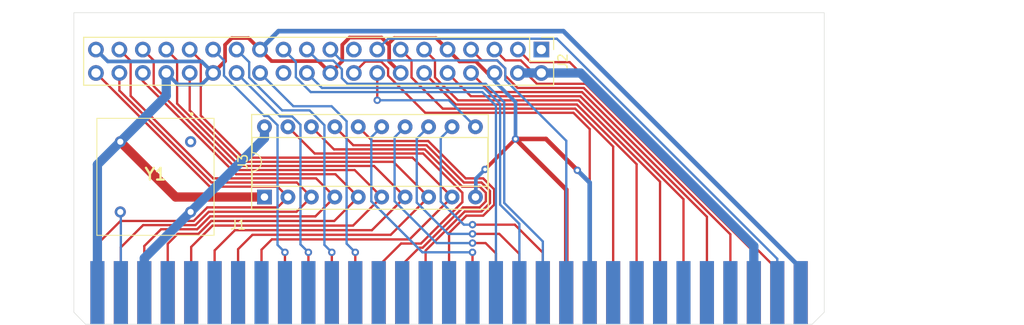
<source format=kicad_pcb>
(kicad_pcb (version 20211014) (generator pcbnew)
  (layers (0 "F.Cu" signal) (31 "B.Cu" signal) (34 "B.Paste" user) (35 "F.Paste" user) (36 "B.SilkS" user "B.Silkscreen") (37 "F.SilkS" user "F.Silkscreen") (38 "B.Mask" user) (39 "F.Mask" user) (44 "Edge.Cuts" user))
  (net 0 "")
  (net 1 "A0")
  (net 2 "A1")
  (net 3 "A2")
  (net 4 "A3")
  (net 5 "A4")
  (net 6 "A5")
  (net 7 "A6")
  (net 8 "A7")
  (net 9 "A8")
  (net 10 "A9")
  (net 11 "D0")
  (net 12 "D1")
  (net 13 "D2")
  (net 14 "D3")
  (net 15 "D4")
  (net 16 "D5")
  (net 17 "D6")
  (net 18 "D7")
  (net 19 "GND")
  (net 20 "VCC")
  (net 21 "RESET")
  (net 22 "OSC")
  (net 23 "A10")
  (net 24 "A11")
  (net 25 "A12")
  (net 26 "A13")
  (net 27 "A14")
  (net 28 "A15")
  (net 29 "A16")
  (net 30 "A17")
  (net 31 "A18")
  (net 32 "A19")
  (net 33 "IOR")
  (net 34 "IOW")
  (net 35 "MEMR")
  (net 36 "MEMW")
  (net 37 "LA")
  (net 38 "READY")
  (footprint "Connector_PinHeader_2.54mm:PinHeader_2x20_P2.54mm_Vertical" (layer "F.Cu") (at 140 64 -90)
    (fp_text reference "J2" (at 1.27 -2.33 90) (layer "F.SilkS"))
    (fp_text value "Raspberry_Pi_2_3")
    (fp_line (start -1.33 49.59) (end 3.87 49.59) (layer "F.SilkS") (width 0.12))
    (fp_line (start 1.27 1.27) (end 1.27 -1.33) (layer "F.SilkS") (width 0.12))
    (fp_line (start -1.33 1.27) (end -1.33 49.59) (layer "F.SilkS") (width 0.12))
    (fp_line (start -1.33 0) (end -1.33 -1.33) (layer "F.SilkS") (width 0.12))
    (fp_line (start 1.27 -1.33) (end 3.87 -1.33) (layer "F.SilkS") (width 0.12))
    (fp_line (start 3.87 -1.33) (end 3.87 49.59) (layer "F.SilkS") (width 0.12))
    (fp_line (start -1.33 1.27) (end 1.27 1.27) (layer "F.SilkS") (width 0.12))
    (fp_line (start -1.33 -1.33) (end 0 -1.33) (layer "F.SilkS") (width 0.12))
    (pad "1" thru_hole rect locked (at 0 0 270) (size 1.7 1.7) (drill 1) (layers *.Cu *.Mask))
    (pad "2" thru_hole oval locked (at 2.54 0 270) (size 1.7 1.7) (drill 1) (layers *.Cu *.Mask) (net 20 "VCC"))
    (pad "3" thru_hole oval locked (at 0 2.54 270) (size 1.7 1.7) (drill 1) (layers *.Cu *.Mask) (net 18 "D7"))
    (pad "4" thru_hole oval locked (at 2.54 2.54 270) (size 1.7 1.7) (drill 1) (layers *.Cu *.Mask) (net 20 "VCC"))
    (pad "5" thru_hole oval locked (at 0 5.08 270) (size 1.7 1.7) (drill 1) (layers *.Cu *.Mask) (net 17 "D6"))
    (pad "6" thru_hole oval locked (at 2.54 5.08 270) (size 1.7 1.7) (drill 1) (layers *.Cu *.Mask) (net 19 "GND"))
    (pad "7" thru_hole oval locked (at 0 7.62 270) (size 1.7 1.7) (drill 1) (layers *.Cu *.Mask) (net 16 "D5"))
    (pad "8" thru_hole oval locked (at 2.54 7.62 270) (size 1.7 1.7) (drill 1) (layers *.Cu *.Mask) (net 15 "D4"))
    (pad "9" thru_hole oval locked (at 0 10.16 270) (size 1.7 1.7) (drill 1) (layers *.Cu *.Mask) (net 19 "GND"))
    (pad "10" thru_hole oval locked (at 2.54 10.16 270) (size 1.7 1.7) (drill 1) (layers *.Cu *.Mask) (net 14 "D3"))
    (pad "11" thru_hole oval locked (at 0 12.7 270) (size 1.7 1.7) (drill 1) (layers *.Cu *.Mask) (net 13 "D2"))
    (pad "12" thru_hole oval locked (at 2.54 12.7 270) (size 1.7 1.7) (drill 1) (layers *.Cu *.Mask) (net 12 "D1"))
    (pad "13" thru_hole oval locked (at 0 15.24 270) (size 1.7 1.7) (drill 1) (layers *.Cu *.Mask) (net 11 "D0"))
    (pad "14" thru_hole oval locked (at 2.54 15.24 270) (size 1.7 1.7) (drill 1) (layers *.Cu *.Mask) (net 19 "GND"))
    (pad "15" thru_hole oval locked (at 0 17.78 270) (size 1.7 1.7) (drill 1) (layers *.Cu *.Mask) (net 21 "RESET"))
    (pad "16" thru_hole oval locked (at 2.54 17.78 270) (size 1.7 1.7) (drill 1) (layers *.Cu *.Mask) (net 37 "LA"))
    (pad "17" thru_hole oval locked (at 0 20.32 270) (size 1.7 1.7) (drill 1) (layers *.Cu *.Mask))
    (pad "18" thru_hole oval locked (at 2.54 20.32 270) (size 1.7 1.7) (drill 1) (layers *.Cu *.Mask) (net 38 "READY"))
    (pad "19" thru_hole oval locked (at 0 22.86 270) (size 1.7 1.7) (drill 1) (layers *.Cu *.Mask) (net 36 "MEMW"))
    (pad "20" thru_hole oval locked (at 2.54 22.86 270) (size 1.7 1.7) (drill 1) (layers *.Cu *.Mask) (net 19 "GND"))
    (pad "21" thru_hole oval locked (at 0 25.4 270) (size 1.7 1.7) (drill 1) (layers *.Cu *.Mask) (net 35 "MEMR"))
    (pad "22" thru_hole oval locked (at 2.54 25.4 270) (size 1.7 1.7) (drill 1) (layers *.Cu *.Mask) (net 34 "IOW"))
    (pad "23" thru_hole oval locked (at 0 27.94 270) (size 1.7 1.7) (drill 1) (layers *.Cu *.Mask) (net 33 "IOR"))
    (pad "24" thru_hole oval locked (at 2.54 27.94 270) (size 1.7 1.7) (drill 1) (layers *.Cu *.Mask))
    (pad "25" thru_hole oval locked (at 0 30.48 270) (size 1.7 1.7) (drill 1) (layers *.Cu *.Mask) (net 19 "GND"))
    (pad "26" thru_hole oval locked (at 2.54 30.48 270) (size 1.7 1.7) (drill 1) (layers *.Cu *.Mask) (net 24 "A11"))
    (pad "27" thru_hole oval locked (at 0 33.02 270) (size 1.7 1.7) (drill 1) (layers *.Cu *.Mask) (net 23 "A10"))
    (pad "28" thru_hole oval locked (at 2.54 33.02 270) (size 1.7 1.7) (drill 1) (layers *.Cu *.Mask) (net 10 "A9"))
    (pad "29" thru_hole oval locked (at 0 35.56 270) (size 1.7 1.7) (drill 1) (layers *.Cu *.Mask) (net 9 "A8"))
    (pad "30" thru_hole oval locked (at 2.54 35.56 270) (size 1.7 1.7) (drill 1) (layers *.Cu *.Mask) (net 19 "GND"))
    (pad "31" thru_hole oval locked (at 0 38.1 270) (size 1.7 1.7) (drill 1) (layers *.Cu *.Mask) (net 8 "A7"))
    (pad "32" thru_hole oval locked (at 2.54 38.1 270) (size 1.7 1.7) (drill 1) (layers *.Cu *.Mask) (net 7 "A6"))
    (pad "33" thru_hole oval locked (at 0 40.64 270) (size 1.7 1.7) (drill 1) (layers *.Cu *.Mask) (net 6 "A5"))
    (pad "34" thru_hole oval locked (at 2.54 40.64 270) (size 1.7 1.7) (drill 1) (layers *.Cu *.Mask) (net 19 "GND"))
    (pad "35" thru_hole oval locked (at 0 43.18 270) (size 1.7 1.7) (drill 1) (layers *.Cu *.Mask) (net 5 "A4"))
    (pad "36" thru_hole oval locked (at 2.54 43.18 270) (size 1.7 1.7) (drill 1) (layers *.Cu *.Mask) (net 4 "A3"))
    (pad "37" thru_hole oval locked (at 0 45.72 270) (size 1.7 1.7) (drill 1) (layers *.Cu *.Mask) (net 3 "A2"))
    (pad "38" thru_hole oval locked (at 2.54 45.72 270) (size 1.7 1.7) (drill 1) (layers *.Cu *.Mask) (net 2 "A1"))
    (pad "39" thru_hole oval locked (at 0 48.26 270) (size 1.7 1.7) (drill 1) (layers *.Cu *.Mask) (net 19 "GND"))
    (pad "40" thru_hole oval locked (at 2.54 48.26 270) (size 1.7 1.7) (drill 1) (layers *.Cu *.Mask) (net 1 "A0"))
  )
  (footprint "SamacSys_Parts:ACH16000MHZEK" (layer "F.Cu") (at 102 74 180)
    (fp_text reference "Y1" (at 3.81 -3.53) (layer "F.SilkS") (effects (font (size 1.27 1.27) (thickness 0.254))))
    (fp_text value "ACH-14.31818MHZ-EK" hide)
    (fp_line (start -0.2 3) (end -0.2 3) (layer "F.SilkS") (width 0.2))
    (fp_line (start -2.54 2.54) (end -2.54 -10.16) (layer "F.SilkS") (width 0.1))
    (fp_line (start 10.16 -10.16) (end 10.16 2.54) (layer "F.SilkS") (width 0.1))
    (fp_line (start 10.16 2.54) (end -2.54 2.54) (layer "F.SilkS") (width 0.1))
    (fp_line (start -2.54 -10.16) (end 10.16 -10.16) (layer "F.SilkS") (width 0.1))
    (fp_line (start 0 3) (end 0 3) (layer "F.SilkS") (width 0.2))
    (fp_arc (start 0 3) (mid -0.1 3.1) (end -0.2 3) (layer "F.SilkS") (width 0.2))
    (fp_arc (start -0.2 3) (mid -0.1 2.9) (end 0 3) (layer "F.SilkS") (width 0.2))
    (pad "1" thru_hole circle locked (at 0 0 180) (size 1.21 1.21) (drill 0.66) (layers *.Cu *.Mask))
    (pad "4" thru_hole circle locked (at 7.62 0 180) (size 1.21 1.21) (drill 0.66) (layers *.Cu *.Mask) (net 19 "GND"))
    (pad "5" thru_hole circle locked (at 7.62 -7.62 180) (size 1.21 1.21) (drill 0.66) (layers *.Cu *.Mask) (net 22 "OSC"))
    (pad "8" thru_hole circle locked (at 0 -7.62 180) (size 1.21 1.21) (drill 0.66) (layers *.Cu *.Mask) (net 20 "VCC"))
  )
  (footprint "Package_DIP:DIP-20_W7.62mm_Socket" (layer "F.Cu") (at 110 80 90)
    (fp_text reference "J3" (at 3.81 -2.33 90) (layer "F.SilkS"))
    (fp_text value "Conn_02x10_Counter_Clockwise")
    (fp_line (start 1.16 -1.33) (end 1.16 24.19) (layer "F.SilkS") (width 0.12))
    (fp_line (start 2.81 -1.33) (end 1.16 -1.33) (layer "F.SilkS") (width 0.12))
    (fp_line (start 8.95 -1.39) (end -1.33 -1.39) (layer "F.SilkS") (width 0.12))
    (fp_line (start 6.46 24.19) (end 6.46 -1.33) (layer "F.SilkS") (width 0.12))
    (fp_line (start 1.16 24.19) (end 6.46 24.19) (layer "F.SilkS") (width 0.12))
    (fp_line (start -1.33 -1.39) (end -1.33 24.25) (layer "F.SilkS") (width 0.12))
    (fp_line (start -1.33 24.25) (end 8.95 24.25) (layer "F.SilkS") (width 0.12))
    (fp_line (start 6.46 -1.33) (end 4.81 -1.33) (layer "F.SilkS") (width 0.12))
    (fp_line (start 8.95 24.25) (end 8.95 -1.39) (layer "F.SilkS") (width 0.12))
    (fp_arc (start 4.81 -1.33) (mid 3.81 -0.33) (end 2.81 -1.33) (layer "F.SilkS") (width 0.12))
    (pad "1" thru_hole rect locked (at 0 0 90) (size 1.6 1.6) (drill 0.8) (layers *.Cu *.Mask) (net 19 "GND"))
    (pad "2" thru_hole oval locked (at 0 2.54 90) (size 1.6 1.6) (drill 0.8) (layers *.Cu *.Mask) (net 1 "A0"))
    (pad "3" thru_hole oval locked (at 0 5.08 90) (size 1.6 1.6) (drill 0.8) (layers *.Cu *.Mask) (net 2 "A1"))
    (pad "4" thru_hole oval locked (at 0 7.62 90) (size 1.6 1.6) (drill 0.8) (layers *.Cu *.Mask) (net 3 "A2"))
    (pad "5" thru_hole oval locked (at 0 10.16 90) (size 1.6 1.6) (drill 0.8) (layers *.Cu *.Mask) (net 4 "A3"))
    (pad "6" thru_hole oval locked (at 0 12.7 90) (size 1.6 1.6) (drill 0.8) (layers *.Cu *.Mask) (net 5 "A4"))
    (pad "7" thru_hole oval locked (at 0 15.24 90) (size 1.6 1.6) (drill 0.8) (layers *.Cu *.Mask) (net 6 "A5"))
    (pad "8" thru_hole oval locked (at 0 17.78 90) (size 1.6 1.6) (drill 0.8) (layers *.Cu *.Mask) (net 7 "A6"))
    (pad "9" thru_hole oval locked (at 0 20.32 90) (size 1.6 1.6) (drill 0.8) (layers *.Cu *.Mask) (net 8 "A7"))
    (pad "10" thru_hole oval locked (at 0 22.86 90) (size 1.6 1.6) (drill 0.8) (layers *.Cu *.Mask) (net 19 "GND"))
    (pad "11" thru_hole oval locked (at 7.62 22.86 90) (size 1.6 1.6) (drill 0.8) (layers *.Cu *.Mask) (net 37 "LA"))
    (pad "12" thru_hole oval locked (at 7.62 20.32 90) (size 1.6 1.6) (drill 0.8) (layers *.Cu *.Mask) (net 32 "A19"))
    (pad "13" thru_hole oval locked (at 7.62 17.78 90) (size 1.6 1.6) (drill 0.8) (layers *.Cu *.Mask) (net 31 "A18"))
    (pad "14" thru_hole oval locked (at 7.62 15.24 90) (size 1.6 1.6) (drill 0.8) (layers *.Cu *.Mask) (net 30 "A17"))
    (pad "15" thru_hole oval locked (at 7.62 12.7 90) (size 1.6 1.6) (drill 0.8) (layers *.Cu *.Mask) (net 29 "A16"))
    (pad "16" thru_hole oval locked (at 7.62 10.16 90) (size 1.6 1.6) (drill 0.8) (layers *.Cu *.Mask) (net 28 "A15"))
    (pad "17" thru_hole oval locked (at 7.62 7.62 90) (size 1.6 1.6) (drill 0.8) (layers *.Cu *.Mask) (net 27 "A14"))
    (pad "18" thru_hole oval locked (at 7.62 5.08 90) (size 1.6 1.6) (drill 0.8) (layers *.Cu *.Mask) (net 26 "A13"))
    (pad "19" thru_hole oval locked (at 7.62 2.54 90) (size 1.6 1.6) (drill 0.8) (layers *.Cu *.Mask) (net 25 "A12"))
    (pad "20" thru_hole oval locked (at 7.62 0 90) (size 1.6 1.6) (drill 0.8) (layers *.Cu *.Mask) (net 20 "VCC"))
  )
  (footprint "adlib:BUS_PC" (layer "F.Cu") (at 130 90)
    (fp_text reference "J1" (at -22.86 -6.985) (layer "F.SilkS"))
    (fp_text value "Bus_ISA_8bit")
    (pad "1" connect rect locked (at 38.1 0.381) (size 1.524 6.858) (layers "B.Cu" "B.Mask") (net 19 "GND"))
    (pad "2" connect rect locked (at 35.56 0.381) (size 1.524 6.858) (layers "B.Cu" "B.Mask") (net 21 "RESET"))
    (pad "3" connect rect locked (at 33.02 0.381) (size 1.524 6.858) (layers "B.Cu" "B.Mask") (net 20 "VCC"))
    (pad "4" connect rect locked (at 30.48 0.381) (size 1.524 6.858) (layers "B.Cu" "B.Mask"))
    (pad "5" connect rect locked (at 27.94 0.381) (size 1.524 6.858) (layers "B.Cu" "B.Mask"))
    (pad "6" connect rect locked (at 25.4 0.381) (size 1.524 6.858) (layers "B.Cu" "B.Mask"))
    (pad "7" connect rect locked (at 22.86 0.381) (size 1.524 6.858) (layers "B.Cu" "B.Mask"))
    (pad "8" connect rect locked (at 20.32 0.381) (size 1.524 6.858) (layers "B.Cu" "B.Mask"))
    (pad "9" connect rect locked (at 17.78 0.381) (size 1.524 6.858) (layers "B.Cu" "B.Mask"))
    (pad "10" connect rect locked (at 15.24 0.381) (size 1.524 6.858) (layers "B.Cu" "B.Mask") (net 19 "GND"))
    (pad "11" connect rect locked (at 12.7 0.381) (size 1.524 6.858) (layers "B.Cu" "B.Mask") (net 36 "MEMW"))
    (pad "12" connect rect locked (at 10.16 0.381) (size 1.524 6.858) (layers "B.Cu" "B.Mask") (net 35 "MEMR"))
    (pad "13" connect rect locked (at 7.62 0.381) (size 1.524 6.858) (layers "B.Cu" "B.Mask") (net 34 "IOW"))
    (pad "14" connect rect locked (at 5.08 0.381) (size 1.524 6.858) (layers "B.Cu" "B.Mask") (net 33 "IOR"))
    (pad "15" connect rect locked (at 2.54 0.381) (size 1.524 6.858) (layers "B.Cu" "B.Mask"))
    (pad "16" connect rect locked (at 0 0.381) (size 1.524 6.858) (layers "B.Cu" "B.Mask"))
    (pad "17" connect rect locked (at -2.54 0.381) (size 1.524 6.858) (layers "B.Cu" "B.Mask"))
    (pad "18" connect rect locked (at -5.08 0.381) (size 1.524 6.858) (layers "B.Cu" "B.Mask"))
    (pad "19" connect rect locked (at -7.62 0.381) (size 1.524 6.858) (layers "B.Cu" "B.Mask"))
    (pad "20" connect rect locked (at -10.16 0.381) (size 1.524 6.858) (layers "B.Cu" "B.Mask"))
    (pad "21" connect rect locked (at -12.7 0.381) (size 1.524 6.858) (layers "B.Cu" "B.Mask"))
    (pad "22" connect rect locked (at -15.24 0.381) (size 1.524 6.858) (layers "B.Cu" "B.Mask"))
    (pad "23" connect rect locked (at -17.78 0.381) (size 1.524 6.858) (layers "B.Cu" "B.Mask"))
    (pad "24" connect rect locked (at -20.32 0.381) (size 1.524 6.858) (layers "B.Cu" "B.Mask"))
    (pad "25" connect rect locked (at -22.86 0.381) (size 1.524 6.858) (layers "B.Cu" "B.Mask"))
    (pad "26" connect rect locked (at -25.4 0.381) (size 1.524 6.858) (layers "B.Cu" "B.Mask"))
    (pad "27" connect rect locked (at -27.94 0.381) (size 1.524 6.858) (layers "B.Cu" "B.Mask"))
    (pad "28" connect rect locked (at -30.48 0.381) (size 1.524 6.858) (layers "B.Cu" "B.Mask"))
    (pad "29" connect rect locked (at -33.02 0.381) (size 1.524 6.858) (layers "B.Cu" "B.Mask") (net 20 "VCC"))
    (pad "30" connect rect locked (at -35.56 0.381) (size 1.524 6.858) (layers "B.Cu" "B.Mask") (net 22 "OSC"))
    (pad "31" connect rect locked (at -38.1 0.381) (size 1.524 6.858) (layers "B.Cu" "B.Mask") (net 19 "GND"))
    (pad "32" connect rect locked (at 38.1 0.381) (size 1.524 6.858) (layers "F.Cu" "F.Mask"))
    (pad "33" connect rect locked (at 35.56 0.381) (size 1.524 6.858) (layers "F.Cu" "F.Mask") (net 18 "D7"))
    (pad "34" connect rect locked (at 33.02 0.381) (size 1.524 6.858) (layers "F.Cu" "F.Mask") (net 17 "D6"))
    (pad "35" connect rect locked (at 30.48 0.381) (size 1.524 6.858) (layers "F.Cu" "F.Mask") (net 16 "D5"))
    (pad "36" connect rect locked (at 27.94 0.381) (size 1.524 6.858) (layers "F.Cu" "F.Mask") (net 15 "D4"))
    (pad "37" connect rect locked (at 25.4 0.381) (size 1.524 6.858) (layers "F.Cu" "F.Mask") (net 14 "D3"))
    (pad "38" connect rect locked (at 22.86 0.381) (size 1.524 6.858) (layers "F.Cu" "F.Mask") (net 13 "D2"))
    (pad "39" connect rect locked (at 20.32 0.381) (size 1.524 6.858) (layers "F.Cu" "F.Mask") (net 12 "D1"))
    (pad "40" connect rect locked (at 17.78 0.381) (size 1.524 6.858) (layers "F.Cu" "F.Mask") (net 11 "D0"))
    (pad "41" connect rect locked (at 15.24 0.381) (size 1.524 6.858) (layers "F.Cu" "F.Mask") (net 38 "READY"))
    (pad "42" connect rect locked (at 12.7 0.381) (size 1.524 6.858) (layers "F.Cu" "F.Mask") (net 19 "GND"))
    (pad "43" connect rect locked (at 10.16 0.381) (size 1.524 6.858) (layers "F.Cu" "F.Mask") (net 32 "A19"))
    (pad "44" connect rect locked (at 7.62 0.381) (size 1.524 6.858) (layers "F.Cu" "F.Mask") (net 31 "A18"))
    (pad "45" connect rect locked (at 5.08 0.381) (size 1.524 6.858) (layers "F.Cu" "F.Mask") (net 30 "A17"))
    (pad "46" connect rect locked (at 2.54 0.381) (size 1.524 6.858) (layers "F.Cu" "F.Mask") (net 29 "A16"))
    (pad "47" connect rect locked (at 0 0.381) (size 1.524 6.858) (layers "F.Cu" "F.Mask") (net 28 "A15"))
    (pad "48" connect rect locked (at -2.54 0.381) (size 1.524 6.858) (layers "F.Cu" "F.Mask") (net 27 "A14"))
    (pad "49" connect rect locked (at -5.08 0.381) (size 1.524 6.858) (layers "F.Cu" "F.Mask") (net 26 "A13"))
    (pad "50" connect rect locked (at -7.62 0.381) (size 1.524 6.858) (layers "F.Cu" "F.Mask") (net 25 "A12"))
    (pad "51" connect rect locked (at -10.16 0.381) (size 1.524 6.858) (layers "F.Cu" "F.Mask") (net 24 "A11"))
    (pad "52" connect rect locked (at -12.7 0.381) (size 1.524 6.858) (layers "F.Cu" "F.Mask") (net 23 "A10"))
    (pad "53" connect rect locked (at -15.24 0.381) (size 1.524 6.858) (layers "F.Cu" "F.Mask") (net 10 "A9"))
    (pad "54" connect rect locked (at -17.78 0.381) (size 1.524 6.858) (layers "F.Cu" "F.Mask") (net 9 "A8"))
    (pad "55" connect rect locked (at -20.32 0.381) (size 1.524 6.858) (layers "F.Cu" "F.Mask") (net 8 "A7"))
    (pad "56" connect rect locked (at -22.86 0.381) (size 1.524 6.858) (layers "F.Cu" "F.Mask") (net 7 "A6"))
    (pad "57" connect rect locked (at -25.4 0.381) (size 1.524 6.858) (layers "F.Cu" "F.Mask") (net 6 "A5"))
    (pad "58" connect rect locked (at -27.94 0.381) (size 1.524 6.858) (layers "F.Cu" "F.Mask") (net 5 "A4"))
    (pad "59" connect rect locked (at -30.48 0.381) (size 1.524 6.858) (layers "F.Cu" "F.Mask") (net 4 "A3"))
    (pad "60" connect rect locked (at -33.02 0.381) (size 1.524 6.858) (layers "F.Cu" "F.Mask") (net 3 "A2"))
    (pad "61" connect rect locked (at -35.56 0.381) (size 1.524 6.858) (layers "F.Cu" "F.Mask") (net 2 "A1"))
    (pad "62" connect rect locked (at -38.1 0.381) (size 1.524 6.858) (layers "F.Cu" "F.Mask") (net 1 "A0"))
  )
  (gr_line (start 170.65 60) (end 89.35 60) (layer "Edge.Cuts") (width 0.05))
  (gr_line (start 89.35 92.5) (end 89.35 60) (layer "Edge.Cuts") (width 0.05))
  (gr_line (start 170.65 86.2) (end 170.65 60) (layer "Edge.Cuts") (width 0.05))
  (gr_line (start 169.35 93.8) (end 170.65 92.5) (layer "Edge.Cuts") (width 0.05))
  (gr_line (start 90.6 93.8) (end 89.35 92.5) (layer "Edge.Cuts") (width 0.05))
  (gr_line (start 170.65 92.5) (end 170.65 86.2) (layer "Edge.Cuts") (width 0.05))
  (gr_line (start 90.6 93.8) (end 169.35 93.8) (layer "Edge.Cuts") (width 0.05))
  (segment (start 104.075489 78.875489) (end 91.74 66.54) (width 0.25) (layer "F.Cu") (net 1))
  (segment (start 112.54 80) (end 111.415489 81.124511) (width 0.25) (layer "F.Cu") (net 1))
  (segment (start 102.334528 82.6) (end 94.4 82.6) (width 0.25) (layer "F.Cu") (net 1))
  (segment (start 94.4 82.6) (end 91.9 85.1) (width 0.25) (layer "F.Cu") (net 1))
  (segment (start 112.54 80) (end 111.415489 78.875489) (width 0.25) (layer "F.Cu") (net 1))
  (segment (start 111.415489 78.875489) (end 104.075489 78.875489) (width 0.25) (layer "F.Cu") (net 1))
  (segment (start 91.9 85.1) (end 91.9 90.381) (width 0.25) (layer "F.Cu") (net 1))
  (segment (start 103.810017 81.124511) (end 102.334528 82.6) (width 0.25) (layer "F.Cu") (net 1))
  (segment (start 111.415489 81.124511) (end 103.810017 81.124511) (width 0.25) (layer "F.Cu") (net 1))
  (segment (start 104.261687 78.425969) (end 94.28 68.444282) (width 0.25) (layer "F.Cu") (net 2))
  (segment (start 94.44 85.46) (end 94.44 90.381) (width 0.25) (layer "F.Cu") (net 2))
  (segment (start 103.970246 81.6) (end 102.520725 83.04952) (width 0.25) (layer "F.Cu") (net 2))
  (segment (start 96.85048 83.04952) (end 94.44 85.46) (width 0.25) (layer "F.Cu") (net 2))
  (segment (start 115.08 80) (end 113.48 81.6) (width 0.25) (layer "F.Cu") (net 2))
  (segment (start 113.48 81.6) (end 103.970246 81.6) (width 0.25) (layer "F.Cu") (net 2))
  (segment (start 115.08 80) (end 113.505969 78.425969) (width 0.25) (layer "F.Cu") (net 2))
  (segment (start 102.520725 83.04952) (end 96.85048 83.04952) (width 0.25) (layer "F.Cu") (net 2))
  (segment (start 94.28 68.444282) (end 94.28 66.54) (width 0.25) (layer "F.Cu") (net 2))
  (segment (start 113.505969 78.425969) (end 104.261687 78.425969) (width 0.25) (layer "F.Cu") (net 2))
  (segment (start 96.98 85.32) (end 96.98 90.381) (width 0.25) (layer "F.Cu") (net 3))
  (segment (start 95.5 69.028564) (end 95.5 65.22) (width 0.25) (layer "F.Cu") (net 3))
  (segment (start 117.62 80) (end 115.596449 77.976449) (width 0.25) (layer "F.Cu") (net 3))
  (segment (start 115.52 82.1) (end 104.105964 82.1) (width 0.25) (layer "F.Cu") (net 3))
  (segment (start 104.105964 82.1) (end 102.705964 83.5) (width 0.25) (layer "F.Cu") (net 3))
  (segment (start 102.705964 83.5) (end 98.8 83.5) (width 0.25) (layer "F.Cu") (net 3))
  (segment (start 117.62 80) (end 115.52 82.1) (width 0.25) (layer "F.Cu") (net 3))
  (segment (start 95.5 65.22) (end 94.28 64) (width 0.25) (layer "F.Cu") (net 3))
  (segment (start 104.447885 77.976449) (end 95.5 69.028564) (width 0.25) (layer "F.Cu") (net 3))
  (segment (start 115.596449 77.976449) (end 104.447885 77.976449) (width 0.25) (layer "F.Cu") (net 3))
  (segment (start 98.8 83.5) (end 96.98 85.32) (width 0.25) (layer "F.Cu") (net 3))
  (segment (start 117.56 82.6) (end 104.241682 82.6) (width 0.25) (layer "F.Cu") (net 4))
  (segment (start 117.686929 77.526929) (end 120.16 80) (width 0.25) (layer "F.Cu") (net 4))
  (segment (start 104.241682 82.6) (end 102.841682 84) (width 0.25) (layer "F.Cu") (net 4))
  (segment (start 106.926929 77.526929) (end 117.686929 77.526929) (width 0.25) (layer "F.Cu") (net 4))
  (segment (start 102.841682 84) (end 100.6 84) (width 0.25) (layer "F.Cu") (net 4))
  (segment (start 96.82 66.54) (end 96.82 67.42) (width 0.25) (layer "F.Cu") (net 4))
  (segment (start 100.6 84) (end 99.52 85.08) (width 0.25) (layer "F.Cu") (net 4))
  (segment (start 99.52 85.08) (end 99.52 90.381) (width 0.25) (layer "F.Cu") (net 4))
  (segment (start 120.16 80) (end 117.56 82.6) (width 0.25) (layer "F.Cu") (net 4))
  (segment (start 96.82 67.42) (end 106.926929 77.526929) (width 0.25) (layer "F.Cu") (net 4))
  (segment (start 119.777409 77.077409) (end 107.113127 77.077409) (width 0.25) (layer "F.Cu") (net 5))
  (segment (start 122.7 80) (end 119.777409 77.077409) (width 0.25) (layer "F.Cu") (net 5))
  (segment (start 104.3774 83.1) (end 102.06 85.4174) (width 0.25) (layer "F.Cu") (net 5))
  (segment (start 98 67.964282) (end 98 65.18) (width 0.25) (layer "F.Cu") (net 5))
  (segment (start 98 65.18) (end 96.82 64) (width 0.25) (layer "F.Cu") (net 5))
  (segment (start 122.7 80) (end 119.6 83.1) (width 0.25) (layer "F.Cu") (net 5))
  (segment (start 107.113127 77.077409) (end 98 67.964282) (width 0.25) (layer "F.Cu") (net 5))
  (segment (start 102.06 85.4174) (end 102.06 90.381) (width 0.25) (layer "F.Cu") (net 5))
  (segment (start 119.6 83.1) (end 104.3774 83.1) (width 0.25) (layer "F.Cu") (net 5))
  (segment (start 100.534511 69.863075) (end 100.534511 65.174511) (width 0.25) (layer "F.Cu") (net 6))
  (segment (start 107.299325 76.627889) (end 100.534511 69.863075) (width 0.25) (layer "F.Cu") (net 6))
  (segment (start 121.64 83.6) (end 106.8 83.6) (width 0.25) (layer "F.Cu") (net 6))
  (segment (start 106.8 83.6) (end 104.6 85.8) (width 0.25) (layer "F.Cu") (net 6))
  (segment (start 125.24 80) (end 121.64 83.6) (width 0.25) (layer "F.Cu") (net 6))
  (segment (start 125.24 80) (end 121.867889 76.627889) (width 0.25) (layer "F.Cu") (net 6))
  (segment (start 100.534511 65.174511) (end 99.36 64) (width 0.25) (layer "F.Cu") (net 6))
  (segment (start 104.6 85.8) (end 104.6 90.381) (width 0.25) (layer "F.Cu") (net 6))
  (segment (start 121.867889 76.627889) (end 107.299325 76.627889) (width 0.25) (layer "F.Cu") (net 6))
  (segment (start 101.9 70.592846) (end 101.9 66.54) (width 0.25) (layer "F.Cu") (net 7))
  (segment (start 107.485523 76.178369) (end 101.9 70.592846) (width 0.25) (layer "F.Cu") (net 7))
  (segment (start 127.78 80) (end 123.68 84.1) (width 0.25) (layer "F.Cu") (net 7))
  (segment (start 123.68 84.1) (end 108.7 84.1) (width 0.25) (layer "F.Cu") (net 7))
  (segment (start 107.14 85.66) (end 107.14 90.381) (width 0.25) (layer "F.Cu") (net 7))
  (segment (start 123.958369 76.178369) (end 107.485523 76.178369) (width 0.25) (layer "F.Cu") (net 7))
  (segment (start 108.7 84.1) (end 107.14 85.66) (width 0.25) (layer "F.Cu") (net 7))
  (segment (start 127.78 80) (end 123.958369 76.178369) (width 0.25) (layer "F.Cu") (net 7))
  (segment (start 126.048849 75.728849) (end 107.671721 75.728849) (width 0.25) (layer "F.Cu") (net 8))
  (segment (start 125.72 84.6) (end 110.8 84.6) (width 0.25) (layer "F.Cu") (net 8))
  (segment (start 130.32 80) (end 125.72 84.6) (width 0.25) (layer "F.Cu") (net 8))
  (segment (start 110.8 84.6) (end 109.68 85.72) (width 0.25) (layer "F.Cu") (net 8))
  (segment (start 107.671721 75.728849) (end 103.1 71.157128) (width 0.25) (layer "F.Cu") (net 8))
  (segment (start 130.32 80) (end 126.048849 75.728849) (width 0.25) (layer "F.Cu") (net 8))
  (segment (start 103.1 71.157128) (end 103.1 65.2) (width 0.25) (layer "F.Cu") (net 8))
  (segment (start 103.1 65.2) (end 101.9 64) (width 0.25) (layer "F.Cu") (net 8))
  (segment (start 109.68 85.72) (end 109.68 90.381) (width 0.25) (layer "F.Cu") (net 8))
  (segment (start 112.22 90.381) (end 112.22 86) (width 0.25) (layer "F.Cu") (net 9))
  (via (at 112.22 86) (size 0.8) (drill 0.4) (layers "F.Cu" "B.Cu") (net 9))
  (segment (start 111.415489 72.205189) (end 111.415489 85.195489) (width 0.25) (layer "B.Cu") (net 9))
  (segment (start 105.614511 66.835521) (end 109.97899 71.2) (width 0.25) (layer "B.Cu") (net 9))
  (segment (start 110.4103 71.2) (end 111.415489 72.205189) (width 0.25) (layer "B.Cu") (net 9))
  (segment (start 111.415489 85.195489) (end 112.22 86) (width 0.25) (layer "B.Cu") (net 9))
  (segment (start 105.614511 65.174511) (end 105.614511 66.835521) (width 0.25) (layer "B.Cu") (net 9))
  (segment (start 104.44 64) (end 105.614511 65.174511) (width 0.25) (layer "B.Cu") (net 9))
  (segment (start 109.97899 71.2) (end 110.4103 71.2) (width 0.25) (layer "B.Cu") (net 9))
  (segment (start 114.76 90.381) (end 114.76 86) (width 0.25) (layer "F.Cu") (net 10))
  (via (at 114.76 86) (size 0.8) (drill 0.4) (layers "F.Cu" "B.Cu") (net 10))
  (segment (start 113.9 85.14) (end 114.76 86) (width 0.25) (layer "B.Cu") (net 10))
  (segment (start 111.695489 71.255489) (end 113.005789 71.255489) (width 0.25) (layer "B.Cu") (net 10))
  (segment (start 106.98 66.54) (end 111.695489 71.255489) (width 0.25) (layer "B.Cu") (net 10))
  (segment (start 113.005789 71.255489) (end 113.9 72.1497) (width 0.25) (layer "B.Cu") (net 10))
  (segment (start 113.9 72.1497) (end 113.9 85.14) (width 0.25) (layer "B.Cu") (net 10))
  (segment (start 147.78 74.530026) (end 143.661605 70.411631) (width 0.25) (layer "F.Cu") (net 11))
  (segment (start 143.661605 70.411631) (end 129.319643 70.411631) (width 0.25) (layer "F.Cu") (net 11))
  (segment (start 129.319643 70.411631) (end 125.934511 67.026499) (width 0.25) (layer "F.Cu") (net 11))
  (segment (start 125.934511 65.174511) (end 124.76 64) (width 0.25) (layer "F.Cu") (net 11))
  (segment (start 147.78 90.381) (end 147.78 74.530026) (width 0.25) (layer "F.Cu") (net 11))
  (segment (start 125.934511 67.026499) (end 125.934511 65.174511) (width 0.25) (layer "F.Cu") (net 11))
  (segment (start 143.847803 69.962111) (end 130.722111 69.962111) (width 0.25) (layer "F.Cu") (net 12))
  (segment (start 130.722111 69.962111) (end 127.3 66.54) (width 0.25) (layer "F.Cu") (net 12))
  (segment (start 150.32 76.434308) (end 143.847803 69.962111) (width 0.25) (layer "F.Cu") (net 12))
  (segment (start 150.32 90.381) (end 150.32 76.434308) (width 0.25) (layer "F.Cu") (net 12))
  (segment (start 128.474511 67.026499) (end 128.474511 65.174511) (width 0.25) (layer "F.Cu") (net 13))
  (segment (start 152.86 78.33859) (end 144.034001 69.512591) (width 0.25) (layer "F.Cu") (net 13))
  (segment (start 130.960603 69.512591) (end 128.474511 67.026499) (width 0.25) (layer "F.Cu") (net 13))
  (segment (start 152.86 90.381) (end 152.86 78.33859) (width 0.25) (layer "F.Cu") (net 13))
  (segment (start 144.034001 69.512591) (end 130.960603 69.512591) (width 0.25) (layer "F.Cu") (net 13))
  (segment (start 128.474511 65.174511) (end 127.3 64) (width 0.25) (layer "F.Cu") (net 13))
  (segment (start 132.363071 69.063071) (end 129.84 66.54) (width 0.25) (layer "F.Cu") (net 14))
  (segment (start 155.4 90.381) (end 155.4 80.242872) (width 0.25) (layer "F.Cu") (net 14))
  (segment (start 144.220199 69.063071) (end 132.363071 69.063071) (width 0.25) (layer "F.Cu") (net 14))
  (segment (start 155.4 80.242872) (end 144.220199 69.063071) (width 0.25) (layer "F.Cu") (net 14))
  (segment (start 157.94 82.147154) (end 144.406397 68.613551) (width 0.25) (layer "F.Cu") (net 15))
  (segment (start 134.453551 68.613551) (end 132.38 66.54) (width 0.25) (layer "F.Cu") (net 15))
  (segment (start 144.406397 68.613551) (end 134.453551 68.613551) (width 0.25) (layer "F.Cu") (net 15))
  (segment (start 157.94 90.381) (end 157.94 82.147154) (width 0.25) (layer "F.Cu") (net 15))
  (segment (start 133.554511 65.174511) (end 132.38 64) (width 0.25) (layer "F.Cu") (net 16))
  (segment (start 136.094511 66.835521) (end 136.094511 66.053501) (width 0.25) (layer "F.Cu") (net 16))
  (segment (start 137.423021 68.164031) (end 136.094511 66.835521) (width 0.25) (layer "F.Cu") (net 16))
  (segment (start 160.48 90.381) (end 160.48 84.051436) (width 0.25) (layer "F.Cu") (net 16))
  (segment (start 135.215521 65.174511) (end 133.554511 65.174511) (width 0.25) (layer "F.Cu") (net 16))
  (segment (start 160.48 84.051436) (end 144.592595 68.164031) (width 0.25) (layer "F.Cu") (net 16))
  (segment (start 144.592595 68.164031) (end 137.423021 68.164031) (width 0.25) (layer "F.Cu") (net 16))
  (segment (start 136.094511 66.053501) (end 135.215521 65.174511) (width 0.25) (layer "F.Cu") (net 16))
  (segment (start 163.02 85.955718) (end 163.02 90.381) (width 0.25) (layer "F.Cu") (net 17))
  (segment (start 138.825489 67.026499) (end 139.513501 67.714511) (width 0.25) (layer "F.Cu") (net 17))
  (segment (start 144.778793 67.714511) (end 163.02 85.955718) (width 0.25) (layer "F.Cu") (net 17))
  (segment (start 134.92 64) (end 136.094511 65.174511) (width 0.25) (layer "F.Cu") (net 17))
  (segment (start 136.094511 65.174511) (end 137.774511 65.174511) (width 0.25) (layer "F.Cu") (net 17))
  (segment (start 137.774511 65.174511) (end 138.825489 66.225489) (width 0.25) (layer "F.Cu") (net 17))
  (segment (start 138.825489 66.225489) (end 138.825489 67.026499) (width 0.25) (layer "F.Cu") (net 17))
  (segment (start 139.513501 67.714511) (end 144.778793 67.714511) (width 0.25) (layer "F.Cu") (net 17))
  (segment (start 165.56 90.381) (end 165.56 87.86) (width 0.25) (layer "F.Cu") (net 18))
  (segment (start 165.56 87.86) (end 143.065489 65.365489) (width 0.25) (layer "F.Cu") (net 18))
  (segment (start 143.065489 65.365489) (end 138.825489 65.365489) (width 0.25) (layer "F.Cu") (net 18))
  (segment (start 138.825489 65.365489) (end 137.46 64) (width 0.25) (layer "F.Cu") (net 18))
  (segment (start 124.049511 62.750489) (end 123.393538 63.406462) (width 0.4) (layer "F.Cu") (net 19))
  (segment (start 123.510489 65.290489) (end 124.76 66.54) (width 0.4) (layer "F.Cu") (net 19))
  (segment (start 108.270489 62.750489) (end 106.462435 62.750489) (width 0.4) (layer "F.Cu") (net 19))
  (segment (start 119.212924 62.7) (end 122.687076 62.7) (width 0.4) (layer "F.Cu") (net 19))
  (segment (start 122.687076 62.7) (end 123.510489 63.523413) (width 0.4) (layer "F.Cu") (net 19))
  (segment (start 128.590489 62.750489) (end 124.049511 62.750489) (width 0.4) (layer "F.Cu") (net 19))
  (segment (start 142.7 90.381) (end 142.7 79.2) (width 0.5) (layer "F.Cu") (net 19))
  (segment (start 134.147076 66.54) (end 132.897565 65.290489) (width 0.4) (layer "F.Cu") (net 19))
  (segment (start 129.84 64) (end 128.590489 62.750489) (width 0.4) (layer "F.Cu") (net 19))
  (segment (start 132.897565 65.290489) (end 131.130489 65.290489) (width 0.4) (layer "F.Cu") (net 19))
  (segment (start 105.730489 65.249511) (end 104.44 66.54) (width 0.4) (layer "F.Cu") (net 19))
  (segment (start 143.9 77.1) (end 140.5 73.7) (width 0.5) (layer "F.Cu") (net 19))
  (segment (start 118.430489 63.482435) (end 119.212924 62.7) (width 0.4) (layer "F.Cu") (net 19))
  (segment (start 134.92 66.54) (end 134.147076 66.54) (width 0.4) (layer "F.Cu") (net 19))
  (segment (start 131.130489 65.290489) (end 129.84 64) (width 0.4) (layer "F.Cu") (net 19))
  (segment (start 109.52 64) (end 108.270489 62.750489) (width 0.4) (layer "F.Cu") (net 19))
  (segment (start 110 80) (end 100.38 80) (width 1) (layer "F.Cu") (net 19))
  (segment (start 106.462435 62.750489) (end 105.730489 63.482435) (width 0.4) (layer "F.Cu") (net 19))
  (segment (start 115.849511 65.249511) (end 117.14 66.54) (width 0.4) (layer "F.Cu") (net 19))
  (segment (start 118.430489 65.249511) (end 118.430489 63.482435) (width 0.4) (layer "F.Cu") (net 19))
  (segment (start 137.2 73.7) (end 133.9 77) (width 0.4) (layer "F.Cu") (net 19))
  (segment (start 117.14 66.54) (end 118.430489 65.249511) (width 0.4) (layer "F.Cu") (net 19))
  (segment (start 123.510489 63.523413) (end 123.510489 65.290489) (width 0.4) (layer "F.Cu") (net 19))
  (segment (start 105.730489 63.482435) (end 105.730489 65.249511) (width 0.4) (layer "F.Cu") (net 19))
  (segment (start 109.52 64) (end 110.769511 65.249511) (width 0.4) (layer "F.Cu") (net 19))
  (segment (start 110.769511 65.249511) (end 115.849511 65.249511) (width 0.4) (layer "F.Cu") (net 19))
  (segment (start 140.5 73.7) (end 137.2 73.7) (width 0.5) (layer "F.Cu") (net 19))
  (segment (start 100.38 80) (end 94.38 74) (width 1) (layer "F.Cu") (net 19))
  (segment (start 142.7 79.2) (end 137.2 73.7) (width 0.5) (layer "F.Cu") (net 19))
  (via (at 133.9 77) (size 0.8) (drill 0.4) (layers "F.Cu" "B.Cu") (net 19))
  (via (at 143.9 77.1) (size 0.8) (drill 0.4) (layers "F.Cu" "B.Cu") (net 19))
  (via (at 137.2 73.7) (size 0.8) (drill 0.4) (layers "F.Cu" "B.Cu") (net 19))
  (segment (start 93.030489 65.290489) (end 91.74 64) (width 0.4) (layer "B.Cu") (net 19))
  (segment (start 136.5 69) (end 137.2 69.7) (width 0.4) (layer "B.Cu") (net 19))
  (segment (start 99.36 69.02) (end 94.38 74) (width 1) (layer "B.Cu") (net 19))
  (segment (start 132.9 79.96) (end 132.86 80) (width 0.4) (layer "B.Cu") (net 19))
  (segment (start 132.9 78) (end 132.9 79.96) (width 0.4) (layer "B.Cu") (net 19))
  (segment (start 134.92 67.42) (end 136.5 69) (width 0.4) (layer "B.Cu") (net 19))
  (segment (start 137.2 69.7) (end 137.2 73.7) (width 0.4) (layer "B.Cu") (net 19))
  (segment (start 91.9 76.48) (end 94.38 74) (width 1) (layer "B.Cu") (net 19))
  (segment (start 145.24 90.381) (end 145.24 78.44) (width 0.5) (layer "B.Cu") (net 19))
  (segment (start 104.44 66.54) (end 103.190489 67.789511) (width 0.4) (layer "B.Cu") (net 19))
  (segment (start 104.44 66.54) (end 103.190489 65.290489) (width 0.4) (layer "B.Cu") (net 19))
  (segment (start 111.52 62) (end 109.52 64) (width 0.5) (layer "B.Cu") (net 19))
  (segment (start 99.36 66.54) (end 99.36 69.02) (width 1) (layer "B.Cu") (net 19))
  (segment (start 103.190489 65.290489) (end 93.030489 65.290489) (width 0.4) (layer "B.Cu") (net 19))
  (segment (start 100.609511 67.789511) (end 99.36 66.54) (width 0.4) (layer "B.Cu") (net 19))
  (segment (start 91.9 90.381) (end 91.9 76.48) (width 1) (layer "B.Cu") (net 19))
  (segment (start 168.1 87.714) (end 142.386 62) (width 0.5) (layer "B.Cu") (net 19))
  (segment (start 142.386 62) (end 111.52 62) (width 0.5) (layer "B.Cu") (net 19))
  (segment (start 133.9 77) (end 132.9 78) (width 0.4) (layer "B.Cu") (net 19))
  (segment (start 145.24 78.44) (end 143.9 77.1) (width 0.5) (layer "B.Cu") (net 19))
  (segment (start 134.92 66.54) (end 134.92 67.42) (width 0.4) (layer "B.Cu") (net 19))
  (segment (start 103.190489 67.789511) (end 100.609511 67.789511) (width 0.4) (layer "B.Cu") (net 19))
  (segment (start 168.1 90.381) (end 168.1 87.714) (width 0.5) (layer "B.Cu") (net 19))
  (segment (start 110 72.38) (end 110 73.62) (width 1) (layer "B.Cu") (net 20))
  (segment (start 110 73.62) (end 102 81.62) (width 1) (layer "B.Cu") (net 20))
  (segment (start 137.46 66.54) (end 140 66.54) (width 1) (layer "B.Cu") (net 20))
  (segment (start 96.98 86.64) (end 102 81.62) (width 1) (layer "B.Cu") (net 20))
  (segment (start 144.231952 66.54) (end 140 66.54) (width 1) (layer "B.Cu") (net 20))
  (segment (start 163.02 85.328048) (end 144.231952 66.54) (width 1) (layer "B.Cu") (net 20))
  (segment (start 96.98 90.381) (end 96.98 86.64) (width 1) (layer "B.Cu") (net 20))
  (segment (start 163.02 90.381) (end 163.02 85.328048) (width 1) (layer "B.Cu") (net 20))
  (segment (start 165.56 90.381) (end 165.56 86.702) (width 0.25) (layer "B.Cu") (net 21))
  (segment (start 123.394511 62.825489) (end 122.22 64) (width 0.25) (layer "B.Cu") (net 21))
  (segment (start 165.56 86.702) (end 141.683489 62.825489) (width 0.25) (layer "B.Cu") (net 21))
  (segment (start 141.683489 62.825489) (end 123.394511 62.825489) (width 0.25) (layer "B.Cu") (net 21))
  (segment (start 94.44 81.68) (end 94.38 81.62) (width 0.25) (layer "B.Cu") (net 22))
  (segment (start 94.44 90.381) (end 94.44 81.68) (width 0.25) (layer "B.Cu") (net 22))
  (segment (start 117.3 90.381) (end 117.3 86) (width 0.25) (layer "F.Cu") (net 23))
  (via (at 117.3 86) (size 0.8) (drill 0.4) (layers "F.Cu" "B.Cu") (net 23))
  (segment (start 116.495489 72.205189) (end 116.495489 85.195489) (width 0.25) (layer "B.Cu") (net 23))
  (segment (start 108.345489 67.026499) (end 111.91899 70.6) (width 0.25) (layer "B.Cu") (net 23))
  (segment (start 106.98 64) (end 108.345489 65.365489) (width 0.25) (layer "B.Cu") (net 23))
  (segment (start 116.495489 85.195489) (end 117.3 86) (width 0.25) (layer "B.Cu") (net 23))
  (segment (start 108.345489 65.365489) (end 108.345489 67.026499) (width 0.25) (layer "B.Cu") (net 23))
  (segment (start 114.8903 70.6) (end 116.495489 72.205189) (width 0.25) (layer "B.Cu") (net 23))
  (segment (start 111.91899 70.6) (end 114.8903 70.6) (width 0.25) (layer "B.Cu") (net 23))
  (segment (start 119.84 90.381) (end 119.84 86) (width 0.25) (layer "F.Cu") (net 24))
  (via (at 119.84 86) (size 0.8) (drill 0.4) (layers "F.Cu" "B.Cu") (net 24))
  (segment (start 118.9 71.778722) (end 118.9 85.06) (width 0.25) (layer "B.Cu") (net 24))
  (segment (start 113.13048 70.15048) (end 117.271758 70.15048) (width 0.25) (layer "B.Cu") (net 24))
  (segment (start 117.271758 70.15048) (end 118.9 71.778722) (width 0.25) (layer "B.Cu") (net 24))
  (segment (start 118.9 85.06) (end 119.84 86) (width 0.25) (layer "B.Cu") (net 24))
  (segment (start 109.52 66.54) (end 113.13048 70.15048) (width 0.25) (layer "B.Cu") (net 24))
  (segment (start 115.439329 75.279329) (end 127.189629 75.279329) (width 0.25) (layer "F.Cu") (net 25))
  (segment (start 127.189629 75.279329) (end 131.444511 79.534211) (width 0.25) (layer "F.Cu") (net 25))
  (segment (start 122.38 87.46952) (end 122.38 90.381) (width 0.25) (layer "F.Cu") (net 25))
  (segment (start 126.95048 85.04952) (end 124.8 85.04952) (width 0.25) (layer "F.Cu") (net 25))
  (segment (start 112.54 72.38) (end 115.439329 75.279329) (width 0.25) (layer "F.Cu") (net 25))
  (segment (start 131.444511 79.534211) (end 131.444511 80.555489) (width 0.25) (layer "F.Cu") (net 25))
  (segment (start 131.444511 80.555489) (end 126.95048 85.04952) (width 0.25) (layer "F.Cu") (net 25))
  (segment (start 124.8 85.04952) (end 122.38 87.46952) (width 0.25) (layer "F.Cu") (net 25))
  (segment (start 117.529809 74.829809) (end 127.375827 74.829809) (width 0.25) (layer "F.Cu") (net 26))
  (segment (start 133.984511 80.465789) (end 133.325789 81.124511) (width 0.25) (layer "F.Cu") (net 26))
  (segment (start 127.136678 85.49904) (end 126.764282 85.49904) (width 0.25) (layer "F.Cu") (net 26))
  (segment (start 126.764282 85.49904) (end 124.92 87.343322) (width 0.25) (layer "F.Cu") (net 26))
  (segment (start 133.325789 78.875489) (end 133.984511 79.534211) (width 0.25) (layer "F.Cu") (net 26))
  (segment (start 127.375827 74.829809) (end 131.421507 78.875489) (width 0.25) (layer "F.Cu") (net 26))
  (segment (start 133.984511 79.534211) (end 133.984511 80.465789) (width 0.25) (layer "F.Cu") (net 26))
  (segment (start 131.511207 81.124511) (end 127.136678 85.49904) (width 0.25) (layer "F.Cu") (net 26))
  (segment (start 124.92 87.343322) (end 124.92 90.381) (width 0.25) (layer "F.Cu") (net 26))
  (segment (start 133.325789 81.124511) (end 131.511207 81.124511) (width 0.25) (layer "F.Cu") (net 26))
  (segment (start 131.421507 78.875489) (end 133.325789 78.875489) (width 0.25) (layer "F.Cu") (net 26))
  (segment (start 115.08 72.38) (end 117.529809 74.829809) (width 0.25) (layer "F.Cu") (net 26))
  (segment (start 117.62 72.38) (end 119.620289 74.380289) (width 0.25) (layer "F.Cu") (net 27))
  (segment (start 133.775309 78.689292) (end 134.434031 79.348014) (width 0.25) (layer "F.Cu") (net 27))
  (segment (start 127.46 85.811436) (end 127.46 90.381) (width 0.25) (layer "F.Cu") (net 27))
  (segment (start 131.697405 81.574031) (end 127.46 85.811436) (width 0.25) (layer "F.Cu") (net 27))
  (segment (start 119.620289 74.380289) (end 127.562025 74.380289) (width 0.25) (layer "F.Cu") (net 27))
  (segment (start 133.511987 78.425969) (end 133.775309 78.689292) (width 0.25) (layer "F.Cu") (net 27))
  (segment (start 127.562025 74.380289) (end 131.607705 78.425969) (width 0.25) (layer "F.Cu") (net 27))
  (segment (start 133.511986 81.574031) (end 131.697405 81.574031) (width 0.25) (layer "F.Cu") (net 27))
  (segment (start 134.434031 79.348014) (end 134.434031 80.651987) (width 0.25) (layer "F.Cu") (net 27))
  (segment (start 134.434031 80.651987) (end 133.511986 81.574031) (width 0.25) (layer "F.Cu") (net 27))
  (segment (start 131.607705 78.425969) (end 133.511987 78.425969) (width 0.25) (layer "F.Cu") (net 27))
  (segment (start 127.748222 73.930769) (end 131.793903 77.976449) (width 0.25) (layer "F.Cu") (net 28))
  (segment (start 134.883551 79.161817) (end 134.88355 80.838185) (width 0.25) (layer "F.Cu") (net 28))
  (segment (start 133.698183 82.023551) (end 131.883603 82.023551) (width 0.25) (layer "F.Cu") (net 28))
  (segment (start 131.883603 82.023551) (end 130 83.907154) (width 0.25) (layer "F.Cu") (net 28))
  (segment (start 130 83.907154) (end 130 90.381) (width 0.25) (layer "F.Cu") (net 28))
  (segment (start 131.793903 77.976449) (end 133.698185 77.97645) (width 0.25) (layer "F.Cu") (net 28))
  (segment (start 121.710769 73.930769) (end 127.748222 73.930769) (width 0.25) (layer "F.Cu") (net 28))
  (segment (start 120.16 72.38) (end 121.710769 73.930769) (width 0.25) (layer "F.Cu") (net 28))
  (segment (start 134.88355 80.838185) (end 133.698183 82.023551) (width 0.25) (layer "F.Cu") (net 28))
  (segment (start 133.698185 77.97645) (end 134.883551 79.161817) (width 0.25) (layer "F.Cu") (net 28))
  (segment (start 132.54 90.381) (end 132.54 86.06) (width 0.25) (layer "F.Cu") (net 29))
  (via (at 132.54 86) (size 0.8) (drill 0.4) (layers "F.Cu" "B.Cu") (net 29))
  (segment (start 121.575489 80.465789) (end 121.575489 73.504511) (width 0.25) (layer "B.Cu") (net 29))
  (segment (start 127.1097 86) (end 121.575489 80.465789) (width 0.25) (layer "B.Cu") (net 29))
  (segment (start 121.575489 73.504511) (end 122.7 72.38) (width 0.25) (layer "B.Cu") (net 29))
  (segment (start 132.54 86) (end 127.1097 86) (width 0.25) (layer "B.Cu") (net 29))
  (segment (start 135.08 90.381) (end 135.08 86.12) (width 0.25) (layer "F.Cu") (net 30))
  (segment (start 133.96 85) (end 132.54 85) (width 0.25) (layer "F.Cu") (net 30))
  (segment (start 135.08 86.12) (end 133.96 85) (width 0.25) (layer "F.Cu") (net 30))
  (via (at 132.54 85) (size 0.8) (drill 0.4) (layers "F.Cu" "B.Cu") (net 30))
  (segment (start 124.1 80.4503) (end 124.1 73.52) (width 0.25) (layer "B.Cu") (net 30))
  (segment (start 124.1 73.52) (end 125.24 72.38) (width 0.25) (layer "B.Cu") (net 30))
  (segment (start 128.6497 85) (end 124.1 80.4503) (width 0.25) (layer "B.Cu") (net 30))
  (segment (start 132.54 85) (end 128.6497 85) (width 0.25) (layer "B.Cu") (net 30))
  (segment (start 137.62 86.18) (end 135.44 84) (width 0.25) (layer "F.Cu") (net 31))
  (segment (start 137.62 90.381) (end 137.62 86.18) (width 0.25) (layer "F.Cu") (net 31))
  (segment (start 135.44 84) (end 132.54 84) (width 0.25) (layer "F.Cu") (net 31))
  (via (at 132.54 84) (size 0.8) (drill 0.4) (layers "F.Cu" "B.Cu") (net 31))
  (segment (start 129.898722 84) (end 126.5 80.601278) (width 0.25) (layer "B.Cu") (net 31))
  (segment (start 126.5 73.66) (end 127.78 72.38) (width 0.25) (layer "B.Cu") (net 31))
  (segment (start 132.54 84) (end 129.898722 84) (width 0.25) (layer "B.Cu") (net 31))
  (segment (start 126.5 80.601278) (end 126.5 73.66) (width 0.25) (layer "B.Cu") (net 31))
  (segment (start 137.12 83) (end 132.54 83) (width 0.25) (layer "F.Cu") (net 32))
  (segment (start 140.16 90.381) (end 140.16 86.04) (width 0.25) (layer "F.Cu") (net 32))
  (segment (start 140.16 86.04) (end 137.12 83) (width 0.25) (layer "F.Cu") (net 32))
  (via (at 132.54 83) (size 0.8) (drill 0.4) (layers "F.Cu" "B.Cu") (net 32))
  (segment (start 131.6 83) (end 129.1 80.5) (width 0.25) (layer "B.Cu") (net 32))
  (segment (start 129.1 80.5) (end 129.1 73.6) (width 0.25) (layer "B.Cu") (net 32))
  (segment (start 132.54 83) (end 131.6 83) (width 0.25) (layer "B.Cu") (net 32))
  (segment (start 129.1 73.6) (end 130.32 72.38) (width 0.25) (layer "B.Cu") (net 32))
  (segment (start 135.08 70.093551) (end 133.6 68.613551) (width 0.25) (layer "B.Cu") (net 33))
  (segment (start 135.08 90.381) (end 135.08 70.093551) (width 0.25) (layer "B.Cu") (net 33))
  (segment (start 133.6 68.613551) (end 115.012541 68.613551) (width 0.25) (layer "B.Cu") (net 33))
  (segment (start 113.4 67.00101) (end 113.4 65.34) (width 0.25) (layer "B.Cu") (net 33))
  (segment (start 115.012541 68.613551) (end 113.4 67.00101) (width 0.25) (layer "B.Cu") (net 33))
  (segment (start 113.4 65.34) (end 112.06 64) (width 0.25) (layer "B.Cu") (net 33))
  (segment (start 135.52952 80.82952) (end 137.62 82.92) (width 0.25) (layer "B.Cu") (net 34))
  (segment (start 133.786198 68.164031) (end 135.52952 69.907354) (width 0.25) (layer "B.Cu") (net 34))
  (segment (start 116.224031 68.164031) (end 133.786198 68.164031) (width 0.25) (layer "B.Cu") (net 34))
  (segment (start 114.6 66.54) (end 116.224031 68.164031) (width 0.25) (layer "B.Cu") (net 34))
  (segment (start 137.62 82.92) (end 137.62 90.381) (width 0.25) (layer "B.Cu") (net 34))
  (segment (start 135.52952 69.907354) (end 135.52952 80.82952) (width 0.25) (layer "B.Cu") (net 34))
  (segment (start 115.8 65.2) (end 117.46101 65.2) (width 0.25) (layer "B.Cu") (net 35))
  (segment (start 135.97904 69.721157) (end 135.97904 80.643322) (width 0.25) (layer "B.Cu") (net 35))
  (segment (start 133.972395 67.714511) (end 135.97904 69.721157) (width 0.25) (layer "B.Cu") (net 35))
  (segment (start 135.97904 80.643322) (end 140.16 84.824282) (width 0.25) (layer "B.Cu") (net 35))
  (segment (start 118.388012 66.127002) (end 118.388012 67.1) (width 0.25) (layer "B.Cu") (net 35))
  (segment (start 140.16 84.824282) (end 140.16 90.381) (width 0.25) (layer "B.Cu") (net 35))
  (segment (start 117.46101 65.2) (end 118.388012 66.127002) (width 0.25) (layer "B.Cu") (net 35))
  (segment (start 119.002523 67.714511) (end 133.972395 67.714511) (width 0.25) (layer "B.Cu") (net 35))
  (segment (start 118.388012 67.1) (end 119.002523 67.714511) (width 0.25) (layer "B.Cu") (net 35))
  (segment (start 114.6 64) (end 115.8 65.2) (width 0.25) (layer "B.Cu") (net 35))
  (segment (start 142.7 73.9) (end 136.094511 67.294511) (width 0.25) (layer "B.Cu") (net 36))
  (segment (start 135.215521 65.174511) (end 118.314511 65.174511) (width 0.25) (layer "B.Cu") (net 36))
  (segment (start 136.094511 66.053501) (end 135.215521 65.174511) (width 0.25) (layer "B.Cu") (net 36))
  (segment (start 136.094511 67.294511) (end 136.094511 66.053501) (width 0.25) (layer "B.Cu") (net 36))
  (segment (start 142.7 90.381) (end 142.7 73.9) (width 0.25) (layer "B.Cu") (net 36))
  (segment (start 118.314511 65.174511) (end 117.14 64) (width 0.25) (layer "B.Cu") (net 36))
  (segment (start 122.22 66.54) (end 122.22 69.5) (width 0.25) (layer "F.Cu") (net 37))
  (via (at 122.22 69.5) (size 0.8) (drill 0.4) (layers "F.Cu" "B.Cu") (net 37))
  (segment (start 132.86 72.38) (end 129.98 69.5) (width 0.25) (layer "B.Cu") (net 37))
  (segment (start 129.98 69.5) (end 122.22 69.5) (width 0.25) (layer "B.Cu") (net 37))
  (segment (start 122.64101 65.3) (end 120.92 65.3) (width 0.25) (layer "F.Cu") (net 38))
  (segment (start 145.24 90.381) (end 145.24 72.625744) (width 0.25) (layer "F.Cu") (net 38))
  (segment (start 143.475407 70.861151) (end 127.420141 70.861151) (width 0.25) (layer "F.Cu") (net 38))
  (segment (start 145.24 72.625744) (end 143.475407 70.861151) (width 0.25) (layer "F.Cu") (net 38))
  (segment (start 120.92 65.3) (end 119.68 66.54) (width 0.25) (layer "F.Cu") (net 38))
  (segment (start 123.394511 66.053501) (end 122.64101 65.3) (width 0.25) (layer "F.Cu") (net 38))
  (segment (start 123.394511 66.835521) (end 123.394511 66.053501) (width 0.25) (layer "F.Cu") (net 38))
  (segment (start 127.420141 70.861151) (end 123.394511 66.835521) (width 0.25) (layer "F.Cu") (net 38))
)
</source>
